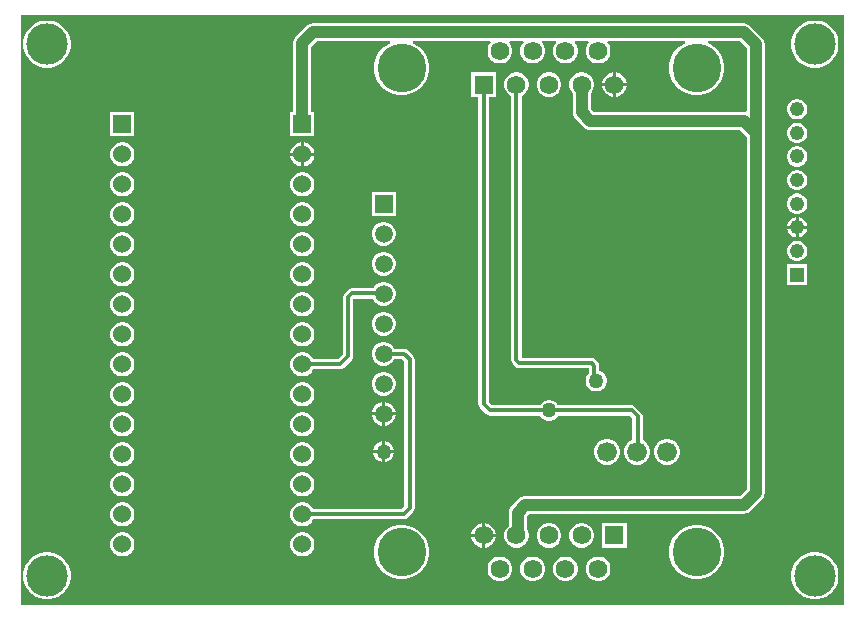
<source format=gbl>
G04*
G04 #@! TF.GenerationSoftware,Altium Limited,Altium Designer,22.8.2 (66)*
G04*
G04 Layer_Physical_Order=2*
G04 Layer_Color=16711680*
%FSLAX42Y42*%
%MOMM*%
G71*
G04*
G04 #@! TF.SameCoordinates,BE8FE92B-6F1C-4FB6-9944-1E67C46C6413*
G04*
G04*
G04 #@! TF.FilePolarity,Positive*
G04*
G01*
G75*
%ADD30C,0.35*%
%ADD31R,1.51X1.51*%
%ADD32C,1.51*%
%ADD33C,4.12*%
%ADD34R,1.58X1.58*%
%ADD35C,1.58*%
%ADD36R,1.21X1.21*%
%ADD37C,1.21*%
%ADD38C,3.50*%
%ADD39C,1.68*%
%ADD40C,1.53*%
%ADD41R,1.53X1.53*%
%ADD42C,1.27*%
%ADD43C,1.00*%
G36*
X7000D02*
X26D01*
Y5000D01*
X7000D01*
Y0D01*
D02*
G37*
%LPC*%
G36*
X6770Y4950D02*
X6730D01*
X6692Y4943D01*
X6655Y4928D01*
X6622Y4906D01*
X6594Y4878D01*
X6572Y4845D01*
X6557Y4808D01*
X6550Y4770D01*
Y4730D01*
X6557Y4692D01*
X6572Y4655D01*
X6594Y4622D01*
X6622Y4594D01*
X6655Y4572D01*
X6692Y4557D01*
X6730Y4550D01*
X6770D01*
X6808Y4557D01*
X6845Y4572D01*
X6878Y4594D01*
X6906Y4622D01*
X6928Y4655D01*
X6943Y4692D01*
X6950Y4730D01*
Y4770D01*
X6943Y4808D01*
X6928Y4845D01*
X6906Y4878D01*
X6878Y4906D01*
X6845Y4928D01*
X6808Y4943D01*
X6770Y4950D01*
D02*
G37*
G36*
X270D02*
X230D01*
X192Y4943D01*
X155Y4928D01*
X122Y4906D01*
X94Y4878D01*
X72Y4845D01*
X57Y4808D01*
X50Y4770D01*
Y4730D01*
X57Y4692D01*
X72Y4655D01*
X94Y4622D01*
X122Y4594D01*
X155Y4572D01*
X192Y4557D01*
X230Y4550D01*
X270D01*
X308Y4557D01*
X345Y4572D01*
X378Y4594D01*
X406Y4622D01*
X428Y4655D01*
X443Y4692D01*
X450Y4730D01*
Y4770D01*
X443Y4808D01*
X428Y4845D01*
X406Y4878D01*
X378Y4906D01*
X345Y4928D01*
X308Y4943D01*
X270Y4950D01*
D02*
G37*
G36*
X5068Y4512D02*
X5067D01*
Y4421D01*
X5158D01*
Y4422D01*
X5151Y4448D01*
X5137Y4472D01*
X5118Y4491D01*
X5094Y4505D01*
X5068Y4512D01*
D02*
G37*
G36*
X5041D02*
X5040D01*
X5014Y4505D01*
X4990Y4491D01*
X4971Y4472D01*
X4957Y4448D01*
X4950Y4422D01*
Y4421D01*
X5041D01*
Y4512D01*
D02*
G37*
G36*
X5158Y4395D02*
X5067D01*
Y4304D01*
X5068D01*
X5094Y4311D01*
X5118Y4325D01*
X5137Y4344D01*
X5151Y4368D01*
X5158Y4394D01*
Y4395D01*
D02*
G37*
G36*
X5041D02*
X4950D01*
Y4394D01*
X4957Y4368D01*
X4971Y4344D01*
X4990Y4325D01*
X5014Y4311D01*
X5040Y4304D01*
X5041D01*
Y4395D01*
D02*
G37*
G36*
X4514Y4512D02*
X4486D01*
X4460Y4505D01*
X4436Y4491D01*
X4417Y4472D01*
X4403Y4448D01*
X4396Y4422D01*
Y4394D01*
X4403Y4368D01*
X4417Y4344D01*
X4436Y4325D01*
X4460Y4311D01*
X4486Y4304D01*
X4514D01*
X4540Y4311D01*
X4564Y4325D01*
X4583Y4344D01*
X4597Y4368D01*
X4604Y4394D01*
Y4422D01*
X4597Y4448D01*
X4583Y4472D01*
X4564Y4491D01*
X4540Y4505D01*
X4514Y4512D01*
D02*
G37*
G36*
X6150Y4926D02*
X2500D01*
X2480Y4923D01*
X2470Y4919D01*
X2462Y4916D01*
X2446Y4904D01*
X2358Y4816D01*
X2346Y4800D01*
X2339Y4782D01*
X2336Y4762D01*
Y4173D01*
X2310D01*
Y3970D01*
X2514D01*
Y4173D01*
X2488D01*
Y4730D01*
X2532Y4774D01*
X3154D01*
X3156Y4761D01*
X3141Y4755D01*
X3103Y4730D01*
X3071Y4697D01*
X3046Y4660D01*
X3028Y4617D01*
X3019Y4573D01*
Y4527D01*
X3028Y4483D01*
X3046Y4440D01*
X3071Y4403D01*
X3103Y4370D01*
X3141Y4345D01*
X3183Y4328D01*
X3228Y4319D01*
X3273D01*
X3318Y4328D01*
X3360Y4345D01*
X3398Y4370D01*
X3430Y4403D01*
X3455Y4440D01*
X3473Y4483D01*
X3482Y4527D01*
Y4573D01*
X3473Y4617D01*
X3455Y4660D01*
X3430Y4697D01*
X3398Y4730D01*
X3360Y4755D01*
X3345Y4761D01*
X3347Y4774D01*
X4003D01*
X4007Y4762D01*
X4001Y4756D01*
X3987Y4732D01*
X3980Y4706D01*
Y4678D01*
X3987Y4652D01*
X4001Y4628D01*
X4021Y4609D01*
X4044Y4595D01*
X4071Y4588D01*
X4098D01*
X4125Y4595D01*
X4148Y4609D01*
X4168Y4628D01*
X4182Y4652D01*
X4189Y4678D01*
Y4706D01*
X4182Y4732D01*
X4168Y4756D01*
X4162Y4762D01*
X4166Y4774D01*
X4280D01*
X4284Y4762D01*
X4278Y4756D01*
X4264Y4732D01*
X4257Y4706D01*
Y4678D01*
X4264Y4652D01*
X4278Y4628D01*
X4298Y4609D01*
X4321Y4595D01*
X4348Y4588D01*
X4375D01*
X4402Y4595D01*
X4425Y4609D01*
X4445Y4628D01*
X4459Y4652D01*
X4466Y4678D01*
Y4706D01*
X4459Y4732D01*
X4445Y4756D01*
X4439Y4762D01*
X4443Y4774D01*
X4557D01*
X4561Y4762D01*
X4555Y4756D01*
X4541Y4732D01*
X4534Y4706D01*
Y4678D01*
X4541Y4652D01*
X4555Y4628D01*
X4575Y4609D01*
X4598Y4595D01*
X4625Y4588D01*
X4652D01*
X4679Y4595D01*
X4702Y4609D01*
X4722Y4628D01*
X4736Y4652D01*
X4743Y4678D01*
Y4706D01*
X4736Y4732D01*
X4722Y4756D01*
X4716Y4762D01*
X4720Y4774D01*
X4834D01*
X4838Y4762D01*
X4832Y4756D01*
X4818Y4732D01*
X4811Y4706D01*
Y4678D01*
X4818Y4652D01*
X4832Y4628D01*
X4852Y4609D01*
X4875Y4595D01*
X4902Y4588D01*
X4929D01*
X4956Y4595D01*
X4979Y4609D01*
X4999Y4628D01*
X5013Y4652D01*
X5020Y4678D01*
Y4706D01*
X5013Y4732D01*
X4999Y4756D01*
X4993Y4762D01*
X4997Y4774D01*
X5653D01*
X5655Y4761D01*
X5640Y4755D01*
X5602Y4730D01*
X5570Y4697D01*
X5545Y4660D01*
X5527Y4617D01*
X5518Y4573D01*
Y4527D01*
X5527Y4483D01*
X5545Y4440D01*
X5570Y4403D01*
X5602Y4370D01*
X5640Y4345D01*
X5682Y4328D01*
X5727Y4319D01*
X5772D01*
X5817Y4328D01*
X5859Y4345D01*
X5897Y4370D01*
X5929Y4403D01*
X5954Y4440D01*
X5972Y4483D01*
X5981Y4527D01*
Y4573D01*
X5972Y4617D01*
X5954Y4660D01*
X5929Y4697D01*
X5897Y4730D01*
X5859Y4755D01*
X5844Y4761D01*
X5846Y4774D01*
X6118D01*
X6174Y4718D01*
Y4185D01*
X6161Y4175D01*
X6150Y4176D01*
X4882D01*
X4853Y4205D01*
Y4337D01*
X4860Y4344D01*
X4874Y4368D01*
X4881Y4394D01*
Y4422D01*
X4874Y4448D01*
X4860Y4472D01*
X4841Y4491D01*
X4817Y4505D01*
X4791Y4512D01*
X4763D01*
X4737Y4505D01*
X4713Y4491D01*
X4694Y4472D01*
X4680Y4448D01*
X4673Y4422D01*
Y4394D01*
X4680Y4368D01*
X4694Y4344D01*
X4701Y4337D01*
Y4173D01*
X4704Y4153D01*
X4711Y4135D01*
X4723Y4119D01*
X4796Y4046D01*
X4812Y4034D01*
X4820Y4031D01*
X4830Y4027D01*
X4850Y4024D01*
X6118D01*
X6174Y3968D01*
Y982D01*
X6118Y926D01*
X4300D01*
X4280Y923D01*
X4270Y919D01*
X4262Y916D01*
X4246Y904D01*
X4180Y838D01*
X4168Y822D01*
X4161Y804D01*
X4158Y784D01*
Y674D01*
X4140Y656D01*
X4126Y632D01*
X4119Y606D01*
Y578D01*
X4126Y552D01*
X4140Y528D01*
X4159Y509D01*
X4183Y495D01*
X4209Y488D01*
X4237D01*
X4263Y495D01*
X4287Y509D01*
X4306Y528D01*
X4320Y552D01*
X4327Y578D01*
Y606D01*
X4320Y632D01*
X4310Y650D01*
Y753D01*
X4332Y774D01*
X6150D01*
X6170Y777D01*
X6188Y784D01*
X6204Y796D01*
X6304Y896D01*
X6316Y912D01*
X6323Y930D01*
X6326Y950D01*
Y4000D01*
Y4750D01*
X6323Y4770D01*
X6319Y4780D01*
X6316Y4788D01*
X6304Y4804D01*
X6204Y4904D01*
X6188Y4916D01*
X6170Y4923D01*
X6150Y4926D01*
D02*
G37*
G36*
X6611Y4286D02*
X6589D01*
X6567Y4280D01*
X6547Y4269D01*
X6531Y4253D01*
X6520Y4233D01*
X6514Y4211D01*
Y4189D01*
X6520Y4167D01*
X6531Y4147D01*
X6547Y4131D01*
X6567Y4120D01*
X6589Y4114D01*
X6611D01*
X6633Y4120D01*
X6653Y4131D01*
X6669Y4147D01*
X6680Y4167D01*
X6686Y4189D01*
Y4211D01*
X6680Y4233D01*
X6669Y4253D01*
X6653Y4269D01*
X6633Y4280D01*
X6611Y4286D01*
D02*
G37*
G36*
X990Y4173D02*
X786D01*
Y3970D01*
X990D01*
Y4173D01*
D02*
G37*
G36*
X6611Y4086D02*
X6589D01*
X6567Y4080D01*
X6547Y4069D01*
X6531Y4053D01*
X6520Y4033D01*
X6514Y4011D01*
Y3989D01*
X6520Y3967D01*
X6531Y3947D01*
X6547Y3931D01*
X6567Y3920D01*
X6589Y3914D01*
X6611D01*
X6633Y3920D01*
X6653Y3931D01*
X6669Y3947D01*
X6680Y3967D01*
X6686Y3989D01*
Y4011D01*
X6680Y4033D01*
X6669Y4053D01*
X6653Y4069D01*
X6633Y4080D01*
X6611Y4086D01*
D02*
G37*
G36*
X2425Y3919D02*
X2425D01*
Y3830D01*
X2514D01*
Y3831D01*
X2507Y3857D01*
X2494Y3880D01*
X2475Y3899D01*
X2451Y3912D01*
X2425Y3919D01*
D02*
G37*
G36*
X2399D02*
X2399D01*
X2373Y3912D01*
X2349Y3899D01*
X2330Y3880D01*
X2317Y3857D01*
X2310Y3831D01*
Y3830D01*
X2399D01*
Y3919D01*
D02*
G37*
G36*
X2514Y3805D02*
X2425D01*
Y3716D01*
X2425D01*
X2451Y3723D01*
X2475Y3736D01*
X2494Y3755D01*
X2507Y3778D01*
X2514Y3804D01*
Y3805D01*
D02*
G37*
G36*
X2399D02*
X2310D01*
Y3804D01*
X2317Y3778D01*
X2330Y3755D01*
X2349Y3736D01*
X2373Y3723D01*
X2399Y3716D01*
X2399D01*
Y3805D01*
D02*
G37*
G36*
X901Y3919D02*
X875D01*
X849Y3912D01*
X825Y3899D01*
X806Y3880D01*
X793Y3857D01*
X786Y3831D01*
Y3804D01*
X793Y3778D01*
X806Y3755D01*
X825Y3736D01*
X849Y3723D01*
X875Y3716D01*
X901D01*
X927Y3723D01*
X951Y3736D01*
X970Y3755D01*
X983Y3778D01*
X990Y3804D01*
Y3831D01*
X983Y3857D01*
X970Y3880D01*
X951Y3899D01*
X927Y3912D01*
X901Y3919D01*
D02*
G37*
G36*
X6611Y3886D02*
X6589D01*
X6567Y3880D01*
X6547Y3869D01*
X6531Y3853D01*
X6520Y3833D01*
X6514Y3811D01*
Y3789D01*
X6520Y3767D01*
X6531Y3747D01*
X6547Y3731D01*
X6567Y3720D01*
X6589Y3714D01*
X6611D01*
X6633Y3720D01*
X6653Y3731D01*
X6669Y3747D01*
X6680Y3767D01*
X6686Y3789D01*
Y3811D01*
X6680Y3833D01*
X6669Y3853D01*
X6653Y3869D01*
X6633Y3880D01*
X6611Y3886D01*
D02*
G37*
G36*
Y3686D02*
X6589D01*
X6567Y3680D01*
X6547Y3669D01*
X6531Y3653D01*
X6520Y3633D01*
X6514Y3611D01*
Y3589D01*
X6520Y3567D01*
X6531Y3547D01*
X6547Y3531D01*
X6567Y3520D01*
X6589Y3514D01*
X6611D01*
X6633Y3520D01*
X6653Y3531D01*
X6669Y3547D01*
X6680Y3567D01*
X6686Y3589D01*
Y3611D01*
X6680Y3633D01*
X6669Y3653D01*
X6653Y3669D01*
X6633Y3680D01*
X6611Y3686D01*
D02*
G37*
G36*
X2425Y3665D02*
X2399D01*
X2373Y3658D01*
X2349Y3645D01*
X2330Y3626D01*
X2317Y3603D01*
X2310Y3577D01*
Y3550D01*
X2317Y3524D01*
X2330Y3501D01*
X2349Y3482D01*
X2373Y3469D01*
X2399Y3462D01*
X2425D01*
X2451Y3469D01*
X2475Y3482D01*
X2494Y3501D01*
X2507Y3524D01*
X2514Y3550D01*
Y3577D01*
X2507Y3603D01*
X2494Y3626D01*
X2475Y3645D01*
X2451Y3658D01*
X2425Y3665D01*
D02*
G37*
G36*
X901D02*
X875D01*
X849Y3658D01*
X825Y3645D01*
X806Y3626D01*
X793Y3603D01*
X786Y3577D01*
Y3550D01*
X793Y3524D01*
X806Y3501D01*
X825Y3482D01*
X849Y3469D01*
X875Y3462D01*
X901D01*
X927Y3469D01*
X951Y3482D01*
X970Y3501D01*
X983Y3524D01*
X990Y3550D01*
Y3577D01*
X983Y3603D01*
X970Y3626D01*
X951Y3645D01*
X927Y3658D01*
X901Y3665D01*
D02*
G37*
G36*
X6611Y3486D02*
X6589D01*
X6567Y3480D01*
X6547Y3469D01*
X6531Y3453D01*
X6520Y3433D01*
X6514Y3411D01*
Y3389D01*
X6520Y3367D01*
X6531Y3347D01*
X6547Y3331D01*
X6567Y3320D01*
X6589Y3314D01*
X6611D01*
X6633Y3320D01*
X6653Y3331D01*
X6669Y3347D01*
X6680Y3367D01*
X6686Y3389D01*
Y3411D01*
X6680Y3433D01*
X6669Y3453D01*
X6653Y3469D01*
X6633Y3480D01*
X6611Y3486D01*
D02*
G37*
G36*
X3201Y3499D02*
X2999D01*
Y3297D01*
X3201D01*
Y3499D01*
D02*
G37*
G36*
X6613Y3285D02*
Y3213D01*
X6685D01*
X6680Y3233D01*
X6669Y3253D01*
X6653Y3269D01*
X6633Y3280D01*
X6613Y3285D01*
D02*
G37*
G36*
X6587D02*
X6567Y3280D01*
X6547Y3269D01*
X6531Y3253D01*
X6520Y3233D01*
X6515Y3213D01*
X6587D01*
Y3285D01*
D02*
G37*
G36*
X2425Y3411D02*
X2399D01*
X2373Y3404D01*
X2349Y3391D01*
X2330Y3372D01*
X2317Y3349D01*
X2310Y3323D01*
Y3296D01*
X2317Y3270D01*
X2330Y3247D01*
X2349Y3228D01*
X2373Y3215D01*
X2399Y3208D01*
X2425D01*
X2451Y3215D01*
X2475Y3228D01*
X2494Y3247D01*
X2507Y3270D01*
X2514Y3296D01*
Y3323D01*
X2507Y3349D01*
X2494Y3372D01*
X2475Y3391D01*
X2451Y3404D01*
X2425Y3411D01*
D02*
G37*
G36*
X901D02*
X875D01*
X849Y3404D01*
X825Y3391D01*
X806Y3372D01*
X793Y3349D01*
X786Y3323D01*
Y3296D01*
X793Y3270D01*
X806Y3247D01*
X825Y3228D01*
X849Y3215D01*
X875Y3208D01*
X901D01*
X927Y3215D01*
X951Y3228D01*
X970Y3247D01*
X983Y3270D01*
X990Y3296D01*
Y3323D01*
X983Y3349D01*
X970Y3372D01*
X951Y3391D01*
X927Y3404D01*
X901Y3411D01*
D02*
G37*
G36*
X6685Y3187D02*
X6613D01*
Y3115D01*
X6633Y3120D01*
X6653Y3131D01*
X6669Y3147D01*
X6680Y3167D01*
X6685Y3187D01*
D02*
G37*
G36*
X6587D02*
X6515D01*
X6520Y3167D01*
X6531Y3147D01*
X6547Y3131D01*
X6567Y3120D01*
X6587Y3115D01*
Y3187D01*
D02*
G37*
G36*
X3113Y3245D02*
X3087D01*
X3061Y3238D01*
X3038Y3225D01*
X3019Y3206D01*
X3006Y3183D01*
X2999Y3157D01*
Y3131D01*
X3006Y3105D01*
X3019Y3082D01*
X3038Y3063D01*
X3061Y3050D01*
X3087Y3043D01*
X3113D01*
X3139Y3050D01*
X3162Y3063D01*
X3181Y3082D01*
X3194Y3105D01*
X3201Y3131D01*
Y3157D01*
X3194Y3183D01*
X3181Y3206D01*
X3162Y3225D01*
X3139Y3238D01*
X3113Y3245D01*
D02*
G37*
G36*
X2425Y3157D02*
X2399D01*
X2373Y3150D01*
X2349Y3137D01*
X2330Y3118D01*
X2317Y3095D01*
X2310Y3069D01*
Y3042D01*
X2317Y3016D01*
X2330Y2993D01*
X2349Y2974D01*
X2373Y2961D01*
X2399Y2954D01*
X2425D01*
X2451Y2961D01*
X2475Y2974D01*
X2494Y2993D01*
X2507Y3016D01*
X2514Y3042D01*
Y3069D01*
X2507Y3095D01*
X2494Y3118D01*
X2475Y3137D01*
X2451Y3150D01*
X2425Y3157D01*
D02*
G37*
G36*
X901D02*
X875D01*
X849Y3150D01*
X825Y3137D01*
X806Y3118D01*
X793Y3095D01*
X786Y3069D01*
Y3042D01*
X793Y3016D01*
X806Y2993D01*
X825Y2974D01*
X849Y2961D01*
X875Y2954D01*
X901D01*
X927Y2961D01*
X951Y2974D01*
X970Y2993D01*
X983Y3016D01*
X990Y3042D01*
Y3069D01*
X983Y3095D01*
X970Y3118D01*
X951Y3137D01*
X927Y3150D01*
X901Y3157D01*
D02*
G37*
G36*
X6611Y3086D02*
X6589D01*
X6567Y3080D01*
X6547Y3069D01*
X6531Y3053D01*
X6520Y3033D01*
X6514Y3011D01*
Y2989D01*
X6520Y2967D01*
X6531Y2947D01*
X6547Y2931D01*
X6567Y2920D01*
X6589Y2914D01*
X6611D01*
X6633Y2920D01*
X6653Y2931D01*
X6669Y2947D01*
X6680Y2967D01*
X6686Y2989D01*
Y3011D01*
X6680Y3033D01*
X6669Y3053D01*
X6653Y3069D01*
X6633Y3080D01*
X6611Y3086D01*
D02*
G37*
G36*
X3113Y2991D02*
X3087D01*
X3061Y2984D01*
X3038Y2971D01*
X3019Y2952D01*
X3006Y2929D01*
X2999Y2903D01*
Y2877D01*
X3006Y2851D01*
X3019Y2828D01*
X3038Y2809D01*
X3061Y2796D01*
X3087Y2789D01*
X3113D01*
X3139Y2796D01*
X3162Y2809D01*
X3181Y2828D01*
X3194Y2851D01*
X3201Y2877D01*
Y2903D01*
X3194Y2929D01*
X3181Y2952D01*
X3162Y2971D01*
X3139Y2984D01*
X3113Y2991D01*
D02*
G37*
G36*
X6686Y2886D02*
X6514D01*
Y2714D01*
X6686D01*
Y2886D01*
D02*
G37*
G36*
X2425Y2903D02*
X2399D01*
X2373Y2896D01*
X2349Y2883D01*
X2330Y2864D01*
X2317Y2841D01*
X2310Y2815D01*
Y2788D01*
X2317Y2762D01*
X2330Y2739D01*
X2349Y2720D01*
X2373Y2707D01*
X2399Y2700D01*
X2425D01*
X2451Y2707D01*
X2475Y2720D01*
X2494Y2739D01*
X2507Y2762D01*
X2514Y2788D01*
Y2815D01*
X2507Y2841D01*
X2494Y2864D01*
X2475Y2883D01*
X2451Y2896D01*
X2425Y2903D01*
D02*
G37*
G36*
X901D02*
X875D01*
X849Y2896D01*
X825Y2883D01*
X806Y2864D01*
X793Y2841D01*
X786Y2815D01*
Y2788D01*
X793Y2762D01*
X806Y2739D01*
X825Y2720D01*
X849Y2707D01*
X875Y2700D01*
X901D01*
X927Y2707D01*
X951Y2720D01*
X970Y2739D01*
X983Y2762D01*
X990Y2788D01*
Y2815D01*
X983Y2841D01*
X970Y2864D01*
X951Y2883D01*
X927Y2896D01*
X901Y2903D01*
D02*
G37*
G36*
X3113Y2737D02*
X3087D01*
X3061Y2730D01*
X3038Y2717D01*
X3019Y2698D01*
X3011Y2684D01*
X2830D01*
X2813Y2680D01*
X2799Y2671D01*
X2769Y2641D01*
X2760Y2627D01*
X2756Y2610D01*
Y2128D01*
X2711Y2083D01*
X2504D01*
X2494Y2102D01*
X2475Y2121D01*
X2451Y2134D01*
X2425Y2141D01*
X2399D01*
X2373Y2134D01*
X2349Y2121D01*
X2330Y2102D01*
X2317Y2079D01*
X2310Y2053D01*
Y2026D01*
X2317Y2000D01*
X2330Y1977D01*
X2349Y1958D01*
X2373Y1945D01*
X2399Y1938D01*
X2425D01*
X2451Y1945D01*
X2475Y1958D01*
X2494Y1977D01*
X2504Y1996D01*
X2730D01*
X2746Y1999D01*
X2760Y2009D01*
X2831Y2079D01*
X2840Y2093D01*
X2844Y2110D01*
Y2592D01*
X2848Y2596D01*
X3007D01*
X3019Y2574D01*
X3038Y2555D01*
X3061Y2542D01*
X3087Y2535D01*
X3113D01*
X3139Y2542D01*
X3162Y2555D01*
X3181Y2574D01*
X3194Y2597D01*
X3201Y2623D01*
Y2649D01*
X3194Y2675D01*
X3181Y2698D01*
X3162Y2717D01*
X3139Y2730D01*
X3113Y2737D01*
D02*
G37*
G36*
X2425Y2649D02*
X2399D01*
X2373Y2642D01*
X2349Y2629D01*
X2330Y2610D01*
X2317Y2587D01*
X2310Y2561D01*
Y2534D01*
X2317Y2508D01*
X2330Y2485D01*
X2349Y2466D01*
X2373Y2453D01*
X2399Y2446D01*
X2425D01*
X2451Y2453D01*
X2475Y2466D01*
X2494Y2485D01*
X2507Y2508D01*
X2514Y2534D01*
Y2561D01*
X2507Y2587D01*
X2494Y2610D01*
X2475Y2629D01*
X2451Y2642D01*
X2425Y2649D01*
D02*
G37*
G36*
X901D02*
X875D01*
X849Y2642D01*
X825Y2629D01*
X806Y2610D01*
X793Y2587D01*
X786Y2561D01*
Y2534D01*
X793Y2508D01*
X806Y2485D01*
X825Y2466D01*
X849Y2453D01*
X875Y2446D01*
X901D01*
X927Y2453D01*
X951Y2466D01*
X970Y2485D01*
X983Y2508D01*
X990Y2534D01*
Y2561D01*
X983Y2587D01*
X970Y2610D01*
X951Y2629D01*
X927Y2642D01*
X901Y2649D01*
D02*
G37*
G36*
X3113Y2483D02*
X3087D01*
X3061Y2476D01*
X3038Y2463D01*
X3019Y2444D01*
X3006Y2421D01*
X2999Y2395D01*
Y2369D01*
X3006Y2343D01*
X3019Y2320D01*
X3038Y2301D01*
X3061Y2288D01*
X3087Y2281D01*
X3113D01*
X3139Y2288D01*
X3162Y2301D01*
X3181Y2320D01*
X3194Y2343D01*
X3201Y2369D01*
Y2395D01*
X3194Y2421D01*
X3181Y2444D01*
X3162Y2463D01*
X3139Y2476D01*
X3113Y2483D01*
D02*
G37*
G36*
X2425Y2395D02*
X2399D01*
X2373Y2388D01*
X2349Y2375D01*
X2330Y2356D01*
X2317Y2333D01*
X2310Y2307D01*
Y2280D01*
X2317Y2254D01*
X2330Y2231D01*
X2349Y2212D01*
X2373Y2199D01*
X2399Y2192D01*
X2425D01*
X2451Y2199D01*
X2475Y2212D01*
X2494Y2231D01*
X2507Y2254D01*
X2514Y2280D01*
Y2307D01*
X2507Y2333D01*
X2494Y2356D01*
X2475Y2375D01*
X2451Y2388D01*
X2425Y2395D01*
D02*
G37*
G36*
X901D02*
X875D01*
X849Y2388D01*
X825Y2375D01*
X806Y2356D01*
X793Y2333D01*
X786Y2307D01*
Y2280D01*
X793Y2254D01*
X806Y2231D01*
X825Y2212D01*
X849Y2199D01*
X875Y2192D01*
X901D01*
X927Y2199D01*
X951Y2212D01*
X970Y2231D01*
X983Y2254D01*
X990Y2280D01*
Y2307D01*
X983Y2333D01*
X970Y2356D01*
X951Y2375D01*
X927Y2388D01*
X901Y2395D01*
D02*
G37*
G36*
Y2141D02*
X875D01*
X849Y2134D01*
X825Y2121D01*
X806Y2102D01*
X793Y2079D01*
X786Y2053D01*
Y2026D01*
X793Y2000D01*
X806Y1977D01*
X825Y1958D01*
X849Y1945D01*
X875Y1938D01*
X901D01*
X927Y1945D01*
X951Y1958D01*
X970Y1977D01*
X983Y2000D01*
X990Y2026D01*
Y2053D01*
X983Y2079D01*
X970Y2102D01*
X951Y2121D01*
X927Y2134D01*
X901Y2141D01*
D02*
G37*
G36*
X4237Y4512D02*
X4209D01*
X4183Y4505D01*
X4159Y4491D01*
X4140Y4472D01*
X4126Y4448D01*
X4119Y4422D01*
Y4394D01*
X4126Y4368D01*
X4140Y4344D01*
X4159Y4325D01*
X4179Y4313D01*
Y2077D01*
X4183Y2060D01*
X4192Y2046D01*
X4219Y2019D01*
X4233Y2010D01*
X4250Y2006D01*
X4839D01*
Y1964D01*
X4829Y1955D01*
X4817Y1934D01*
X4811Y1912D01*
Y1888D01*
X4817Y1866D01*
X4829Y1845D01*
X4845Y1829D01*
X4866Y1817D01*
X4888Y1811D01*
X4912D01*
X4934Y1817D01*
X4955Y1829D01*
X4971Y1845D01*
X4983Y1866D01*
X4989Y1888D01*
Y1912D01*
X4983Y1934D01*
X4971Y1955D01*
X4955Y1971D01*
X4934Y1983D01*
X4926Y1985D01*
Y2029D01*
X4923Y2046D01*
X4913Y2060D01*
X4893Y2081D01*
X4879Y2090D01*
X4862Y2094D01*
X4268D01*
X4267Y2095D01*
Y4313D01*
X4287Y4325D01*
X4306Y4344D01*
X4320Y4368D01*
X4327Y4394D01*
Y4422D01*
X4320Y4448D01*
X4306Y4472D01*
X4287Y4491D01*
X4263Y4505D01*
X4237Y4512D01*
D02*
G37*
G36*
X3113Y1975D02*
X3087D01*
X3061Y1968D01*
X3038Y1955D01*
X3019Y1936D01*
X3006Y1913D01*
X2999Y1887D01*
Y1861D01*
X3006Y1835D01*
X3019Y1812D01*
X3038Y1793D01*
X3061Y1780D01*
X3087Y1773D01*
X3113D01*
X3139Y1780D01*
X3162Y1793D01*
X3181Y1812D01*
X3194Y1835D01*
X3201Y1861D01*
Y1887D01*
X3194Y1913D01*
X3181Y1936D01*
X3162Y1955D01*
X3139Y1968D01*
X3113Y1975D01*
D02*
G37*
G36*
X2425Y1887D02*
X2399D01*
X2373Y1880D01*
X2349Y1867D01*
X2330Y1848D01*
X2317Y1825D01*
X2310Y1799D01*
Y1772D01*
X2317Y1746D01*
X2330Y1723D01*
X2349Y1704D01*
X2373Y1691D01*
X2399Y1684D01*
X2425D01*
X2451Y1691D01*
X2475Y1704D01*
X2494Y1723D01*
X2507Y1746D01*
X2514Y1772D01*
Y1799D01*
X2507Y1825D01*
X2494Y1848D01*
X2475Y1867D01*
X2451Y1880D01*
X2425Y1887D01*
D02*
G37*
G36*
X901D02*
X875D01*
X849Y1880D01*
X825Y1867D01*
X806Y1848D01*
X793Y1825D01*
X786Y1799D01*
Y1772D01*
X793Y1746D01*
X806Y1723D01*
X825Y1704D01*
X849Y1691D01*
X875Y1684D01*
X901D01*
X927Y1691D01*
X951Y1704D01*
X970Y1723D01*
X983Y1746D01*
X990Y1772D01*
Y1799D01*
X983Y1825D01*
X970Y1848D01*
X951Y1867D01*
X927Y1880D01*
X901Y1887D01*
D02*
G37*
G36*
X3113Y1721D02*
X3113D01*
Y1633D01*
X3201D01*
Y1633D01*
X3194Y1659D01*
X3181Y1682D01*
X3162Y1701D01*
X3139Y1714D01*
X3113Y1721D01*
D02*
G37*
G36*
X3087D02*
X3087D01*
X3061Y1714D01*
X3038Y1701D01*
X3019Y1682D01*
X3006Y1659D01*
X2999Y1633D01*
Y1633D01*
X3087D01*
Y1721D01*
D02*
G37*
G36*
X3201Y1607D02*
X3113D01*
Y1519D01*
X3113D01*
X3139Y1526D01*
X3162Y1539D01*
X3181Y1558D01*
X3194Y1581D01*
X3201Y1607D01*
Y1607D01*
D02*
G37*
G36*
X3087D02*
X2999D01*
Y1607D01*
X3006Y1581D01*
X3019Y1558D01*
X3038Y1539D01*
X3061Y1526D01*
X3087Y1519D01*
X3087D01*
Y1607D01*
D02*
G37*
G36*
X2425Y1633D02*
X2399D01*
X2373Y1626D01*
X2349Y1613D01*
X2330Y1594D01*
X2317Y1571D01*
X2310Y1545D01*
Y1518D01*
X2317Y1492D01*
X2330Y1469D01*
X2349Y1450D01*
X2373Y1437D01*
X2399Y1430D01*
X2425D01*
X2451Y1437D01*
X2475Y1450D01*
X2494Y1469D01*
X2507Y1492D01*
X2514Y1518D01*
Y1545D01*
X2507Y1571D01*
X2494Y1594D01*
X2475Y1613D01*
X2451Y1626D01*
X2425Y1633D01*
D02*
G37*
G36*
X901D02*
X875D01*
X849Y1626D01*
X825Y1613D01*
X806Y1594D01*
X793Y1571D01*
X786Y1545D01*
Y1518D01*
X793Y1492D01*
X806Y1469D01*
X825Y1450D01*
X849Y1437D01*
X875Y1430D01*
X901D01*
X927Y1437D01*
X951Y1450D01*
X970Y1469D01*
X983Y1492D01*
X990Y1518D01*
Y1545D01*
X983Y1571D01*
X970Y1594D01*
X951Y1613D01*
X927Y1626D01*
X901Y1633D01*
D02*
G37*
G36*
X3113Y1389D02*
Y1313D01*
X3189D01*
X3183Y1334D01*
X3171Y1355D01*
X3155Y1371D01*
X3134Y1383D01*
X3113Y1389D01*
D02*
G37*
G36*
X3087D02*
X3066Y1383D01*
X3045Y1371D01*
X3029Y1355D01*
X3017Y1334D01*
X3011Y1313D01*
X3087D01*
Y1389D01*
D02*
G37*
G36*
X3189Y1287D02*
X3113D01*
Y1211D01*
X3134Y1217D01*
X3155Y1229D01*
X3171Y1245D01*
X3183Y1266D01*
X3189Y1287D01*
D02*
G37*
G36*
X3087D02*
X3011D01*
X3017Y1266D01*
X3029Y1245D01*
X3045Y1229D01*
X3066Y1217D01*
X3087Y1211D01*
Y1287D01*
D02*
G37*
G36*
X5514Y1409D02*
X5486D01*
X5458Y1402D01*
X5433Y1387D01*
X5413Y1367D01*
X5398Y1342D01*
X5391Y1314D01*
Y1286D01*
X5398Y1258D01*
X5413Y1233D01*
X5433Y1213D01*
X5458Y1198D01*
X5486Y1191D01*
X5514D01*
X5542Y1198D01*
X5567Y1213D01*
X5587Y1233D01*
X5602Y1258D01*
X5609Y1286D01*
Y1314D01*
X5602Y1342D01*
X5587Y1367D01*
X5567Y1387D01*
X5542Y1402D01*
X5514Y1409D01*
D02*
G37*
G36*
X4050Y4512D02*
X3842D01*
Y4304D01*
X3902D01*
Y1704D01*
X3906Y1687D01*
X3915Y1673D01*
X3969Y1619D01*
X3983Y1610D01*
X4000Y1606D01*
X4423D01*
X4429Y1595D01*
X4445Y1579D01*
X4466Y1567D01*
X4488Y1561D01*
X4512D01*
X4534Y1567D01*
X4555Y1579D01*
X4571Y1595D01*
X4577Y1606D01*
X5182D01*
X5206Y1582D01*
Y1402D01*
X5204Y1402D01*
X5179Y1387D01*
X5159Y1367D01*
X5144Y1342D01*
X5137Y1314D01*
Y1286D01*
X5144Y1258D01*
X5159Y1233D01*
X5179Y1213D01*
X5204Y1198D01*
X5232Y1191D01*
X5260D01*
X5288Y1198D01*
X5313Y1213D01*
X5333Y1233D01*
X5348Y1258D01*
X5355Y1286D01*
Y1314D01*
X5348Y1342D01*
X5333Y1367D01*
X5313Y1387D01*
X5294Y1399D01*
Y1600D01*
X5290Y1617D01*
X5281Y1631D01*
X5231Y1681D01*
X5217Y1690D01*
X5200Y1694D01*
X4577D01*
X4571Y1705D01*
X4555Y1721D01*
X4534Y1733D01*
X4512Y1739D01*
X4488D01*
X4466Y1733D01*
X4445Y1721D01*
X4429Y1705D01*
X4423Y1694D01*
X4018D01*
X3990Y1722D01*
Y4304D01*
X4050D01*
Y4512D01*
D02*
G37*
G36*
X5006Y1409D02*
X4978D01*
X4950Y1402D01*
X4925Y1387D01*
X4905Y1367D01*
X4890Y1342D01*
X4883Y1314D01*
Y1286D01*
X4890Y1258D01*
X4905Y1233D01*
X4925Y1213D01*
X4950Y1198D01*
X4978Y1191D01*
X5006D01*
X5034Y1198D01*
X5059Y1213D01*
X5079Y1233D01*
X5094Y1258D01*
X5101Y1286D01*
Y1314D01*
X5094Y1342D01*
X5079Y1367D01*
X5059Y1387D01*
X5034Y1402D01*
X5006Y1409D01*
D02*
G37*
G36*
X2425Y1379D02*
X2399D01*
X2373Y1372D01*
X2349Y1359D01*
X2330Y1340D01*
X2317Y1317D01*
X2310Y1291D01*
Y1264D01*
X2317Y1238D01*
X2330Y1215D01*
X2349Y1196D01*
X2373Y1183D01*
X2399Y1176D01*
X2425D01*
X2451Y1183D01*
X2475Y1196D01*
X2494Y1215D01*
X2507Y1238D01*
X2514Y1264D01*
Y1291D01*
X2507Y1317D01*
X2494Y1340D01*
X2475Y1359D01*
X2451Y1372D01*
X2425Y1379D01*
D02*
G37*
G36*
X901D02*
X875D01*
X849Y1372D01*
X825Y1359D01*
X806Y1340D01*
X793Y1317D01*
X786Y1291D01*
Y1264D01*
X793Y1238D01*
X806Y1215D01*
X825Y1196D01*
X849Y1183D01*
X875Y1176D01*
X901D01*
X927Y1183D01*
X951Y1196D01*
X970Y1215D01*
X983Y1238D01*
X990Y1264D01*
Y1291D01*
X983Y1317D01*
X970Y1340D01*
X951Y1359D01*
X927Y1372D01*
X901Y1379D01*
D02*
G37*
G36*
X2425Y1125D02*
X2399D01*
X2373Y1118D01*
X2349Y1105D01*
X2330Y1086D01*
X2317Y1063D01*
X2310Y1037D01*
Y1010D01*
X2317Y984D01*
X2330Y961D01*
X2349Y942D01*
X2373Y929D01*
X2399Y922D01*
X2425D01*
X2451Y929D01*
X2475Y942D01*
X2494Y961D01*
X2507Y984D01*
X2514Y1010D01*
Y1037D01*
X2507Y1063D01*
X2494Y1086D01*
X2475Y1105D01*
X2451Y1118D01*
X2425Y1125D01*
D02*
G37*
G36*
X901D02*
X875D01*
X849Y1118D01*
X825Y1105D01*
X806Y1086D01*
X793Y1063D01*
X786Y1037D01*
Y1010D01*
X793Y984D01*
X806Y961D01*
X825Y942D01*
X849Y929D01*
X875Y922D01*
X901D01*
X927Y929D01*
X951Y942D01*
X970Y961D01*
X983Y984D01*
X990Y1010D01*
Y1037D01*
X983Y1063D01*
X970Y1086D01*
X951Y1105D01*
X927Y1118D01*
X901Y1125D01*
D02*
G37*
G36*
X3113Y2229D02*
X3087D01*
X3061Y2222D01*
X3038Y2209D01*
X3019Y2190D01*
X3006Y2167D01*
X2999Y2141D01*
Y2115D01*
X3006Y2089D01*
X3019Y2066D01*
X3038Y2047D01*
X3061Y2034D01*
X3087Y2027D01*
X3113D01*
X3139Y2034D01*
X3162Y2047D01*
X3181Y2066D01*
X3191Y2084D01*
X3254D01*
X3276Y2062D01*
Y838D01*
X3251Y813D01*
X2504D01*
X2494Y832D01*
X2475Y851D01*
X2451Y864D01*
X2425Y871D01*
X2399D01*
X2373Y864D01*
X2349Y851D01*
X2330Y832D01*
X2317Y809D01*
X2310Y783D01*
Y756D01*
X2317Y730D01*
X2330Y707D01*
X2349Y688D01*
X2373Y675D01*
X2399Y668D01*
X2425D01*
X2451Y675D01*
X2475Y688D01*
X2494Y707D01*
X2504Y726D01*
X3269D01*
X3286Y729D01*
X3300Y739D01*
X3350Y789D01*
X3360Y803D01*
X3363Y819D01*
Y2081D01*
X3360Y2097D01*
X3350Y2111D01*
X3303Y2159D01*
X3289Y2168D01*
X3272Y2172D01*
X3191D01*
X3181Y2190D01*
X3162Y2209D01*
X3139Y2222D01*
X3113Y2229D01*
D02*
G37*
G36*
X901Y871D02*
X875D01*
X849Y864D01*
X825Y851D01*
X806Y832D01*
X793Y809D01*
X786Y783D01*
Y756D01*
X793Y730D01*
X806Y707D01*
X825Y688D01*
X849Y675D01*
X875Y668D01*
X901D01*
X927Y675D01*
X951Y688D01*
X970Y707D01*
X983Y730D01*
X990Y756D01*
Y783D01*
X983Y809D01*
X970Y832D01*
X951Y851D01*
X927Y864D01*
X901Y871D01*
D02*
G37*
G36*
X3960Y696D02*
X3959D01*
Y605D01*
X4050D01*
Y606D01*
X4043Y632D01*
X4029Y656D01*
X4010Y675D01*
X3986Y689D01*
X3960Y696D01*
D02*
G37*
G36*
X3933D02*
X3932D01*
X3906Y689D01*
X3882Y675D01*
X3863Y656D01*
X3849Y632D01*
X3842Y606D01*
Y605D01*
X3933D01*
Y696D01*
D02*
G37*
G36*
X5158D02*
X4950D01*
Y488D01*
X5158D01*
Y696D01*
D02*
G37*
G36*
X4791D02*
X4763D01*
X4737Y689D01*
X4713Y675D01*
X4694Y656D01*
X4680Y632D01*
X4673Y606D01*
Y578D01*
X4680Y552D01*
X4694Y528D01*
X4713Y509D01*
X4737Y495D01*
X4763Y488D01*
X4791D01*
X4817Y495D01*
X4841Y509D01*
X4860Y528D01*
X4874Y552D01*
X4881Y578D01*
Y606D01*
X4874Y632D01*
X4860Y656D01*
X4841Y675D01*
X4817Y689D01*
X4791Y696D01*
D02*
G37*
G36*
X4514D02*
X4486D01*
X4460Y689D01*
X4436Y675D01*
X4417Y656D01*
X4403Y632D01*
X4396Y606D01*
Y578D01*
X4403Y552D01*
X4417Y528D01*
X4436Y509D01*
X4460Y495D01*
X4486Y488D01*
X4514D01*
X4540Y495D01*
X4564Y509D01*
X4583Y528D01*
X4597Y552D01*
X4604Y578D01*
Y606D01*
X4597Y632D01*
X4583Y656D01*
X4564Y675D01*
X4540Y689D01*
X4514Y696D01*
D02*
G37*
G36*
X4050Y579D02*
X3959D01*
Y488D01*
X3960D01*
X3986Y495D01*
X4010Y509D01*
X4029Y528D01*
X4043Y552D01*
X4050Y578D01*
Y579D01*
D02*
G37*
G36*
X3933D02*
X3842D01*
Y578D01*
X3849Y552D01*
X3863Y528D01*
X3882Y509D01*
X3906Y495D01*
X3932Y488D01*
X3933D01*
Y579D01*
D02*
G37*
G36*
X2425Y617D02*
X2399D01*
X2373Y610D01*
X2349Y597D01*
X2330Y578D01*
X2317Y555D01*
X2310Y529D01*
Y502D01*
X2317Y476D01*
X2330Y453D01*
X2349Y434D01*
X2373Y421D01*
X2399Y414D01*
X2425D01*
X2451Y421D01*
X2475Y434D01*
X2494Y453D01*
X2507Y476D01*
X2514Y502D01*
Y529D01*
X2507Y555D01*
X2494Y578D01*
X2475Y597D01*
X2451Y610D01*
X2425Y617D01*
D02*
G37*
G36*
X901D02*
X875D01*
X849Y610D01*
X825Y597D01*
X806Y578D01*
X793Y555D01*
X786Y529D01*
Y502D01*
X793Y476D01*
X806Y453D01*
X825Y434D01*
X849Y421D01*
X875Y414D01*
X901D01*
X927Y421D01*
X951Y434D01*
X970Y453D01*
X983Y476D01*
X990Y502D01*
Y529D01*
X983Y555D01*
X970Y578D01*
X951Y597D01*
X927Y610D01*
X901Y617D01*
D02*
G37*
G36*
X5772Y681D02*
X5727D01*
X5682Y672D01*
X5640Y655D01*
X5602Y630D01*
X5570Y597D01*
X5545Y560D01*
X5527Y517D01*
X5518Y473D01*
Y427D01*
X5527Y383D01*
X5545Y340D01*
X5570Y303D01*
X5602Y270D01*
X5640Y245D01*
X5682Y228D01*
X5727Y219D01*
X5772D01*
X5817Y228D01*
X5859Y245D01*
X5897Y270D01*
X5929Y303D01*
X5954Y340D01*
X5972Y383D01*
X5981Y427D01*
Y473D01*
X5972Y517D01*
X5954Y560D01*
X5929Y597D01*
X5897Y630D01*
X5859Y655D01*
X5817Y672D01*
X5772Y681D01*
D02*
G37*
G36*
X3273D02*
X3228D01*
X3183Y672D01*
X3141Y655D01*
X3103Y630D01*
X3071Y597D01*
X3046Y560D01*
X3028Y517D01*
X3019Y473D01*
Y427D01*
X3028Y383D01*
X3046Y340D01*
X3071Y303D01*
X3103Y270D01*
X3141Y245D01*
X3183Y228D01*
X3228Y219D01*
X3273D01*
X3318Y228D01*
X3360Y245D01*
X3398Y270D01*
X3430Y303D01*
X3455Y340D01*
X3473Y383D01*
X3482Y427D01*
Y473D01*
X3473Y517D01*
X3455Y560D01*
X3430Y597D01*
X3398Y630D01*
X3360Y655D01*
X3318Y672D01*
X3273Y681D01*
D02*
G37*
G36*
X4929Y412D02*
X4902D01*
X4875Y405D01*
X4852Y391D01*
X4832Y372D01*
X4818Y348D01*
X4811Y322D01*
Y294D01*
X4818Y268D01*
X4832Y244D01*
X4852Y225D01*
X4875Y211D01*
X4902Y204D01*
X4929D01*
X4956Y211D01*
X4979Y225D01*
X4999Y244D01*
X5013Y268D01*
X5020Y294D01*
Y322D01*
X5013Y348D01*
X4999Y372D01*
X4979Y391D01*
X4956Y405D01*
X4929Y412D01*
D02*
G37*
G36*
X4652D02*
X4625D01*
X4598Y405D01*
X4575Y391D01*
X4555Y372D01*
X4541Y348D01*
X4534Y322D01*
Y294D01*
X4541Y268D01*
X4555Y244D01*
X4575Y225D01*
X4598Y211D01*
X4625Y204D01*
X4652D01*
X4679Y211D01*
X4702Y225D01*
X4722Y244D01*
X4736Y268D01*
X4743Y294D01*
Y322D01*
X4736Y348D01*
X4722Y372D01*
X4702Y391D01*
X4679Y405D01*
X4652Y412D01*
D02*
G37*
G36*
X4375D02*
X4348D01*
X4321Y405D01*
X4298Y391D01*
X4278Y372D01*
X4264Y348D01*
X4257Y322D01*
Y294D01*
X4264Y268D01*
X4278Y244D01*
X4298Y225D01*
X4321Y211D01*
X4348Y204D01*
X4375D01*
X4402Y211D01*
X4425Y225D01*
X4445Y244D01*
X4459Y268D01*
X4466Y294D01*
Y322D01*
X4459Y348D01*
X4445Y372D01*
X4425Y391D01*
X4402Y405D01*
X4375Y412D01*
D02*
G37*
G36*
X4098D02*
X4071D01*
X4044Y405D01*
X4021Y391D01*
X4001Y372D01*
X3987Y348D01*
X3980Y322D01*
Y294D01*
X3987Y268D01*
X4001Y244D01*
X4021Y225D01*
X4044Y211D01*
X4071Y204D01*
X4098D01*
X4125Y211D01*
X4148Y225D01*
X4168Y244D01*
X4182Y268D01*
X4189Y294D01*
Y322D01*
X4182Y348D01*
X4168Y372D01*
X4148Y391D01*
X4125Y405D01*
X4098Y412D01*
D02*
G37*
G36*
X6770Y450D02*
X6730D01*
X6692Y443D01*
X6655Y428D01*
X6622Y406D01*
X6594Y378D01*
X6572Y345D01*
X6557Y308D01*
X6550Y270D01*
Y230D01*
X6557Y192D01*
X6572Y155D01*
X6594Y122D01*
X6622Y94D01*
X6655Y72D01*
X6692Y57D01*
X6730Y50D01*
X6770D01*
X6808Y57D01*
X6845Y72D01*
X6878Y94D01*
X6906Y122D01*
X6928Y155D01*
X6943Y192D01*
X6950Y230D01*
Y270D01*
X6943Y308D01*
X6928Y345D01*
X6906Y378D01*
X6878Y406D01*
X6845Y428D01*
X6808Y443D01*
X6770Y450D01*
D02*
G37*
G36*
X270D02*
X230D01*
X192Y443D01*
X155Y428D01*
X122Y406D01*
X94Y378D01*
X72Y345D01*
X57Y308D01*
X50Y270D01*
Y230D01*
X57Y192D01*
X72Y155D01*
X94Y122D01*
X122Y94D01*
X155Y72D01*
X192Y57D01*
X230Y50D01*
X270D01*
X308Y57D01*
X345Y72D01*
X378Y94D01*
X406Y122D01*
X428Y155D01*
X443Y192D01*
X450Y230D01*
Y270D01*
X443Y308D01*
X428Y345D01*
X406Y378D01*
X378Y406D01*
X345Y428D01*
X308Y443D01*
X270Y450D01*
D02*
G37*
%LPD*%
D30*
X4882Y1918D02*
Y2029D01*
X4862Y2050D02*
X4882Y2029D01*
X4250Y2050D02*
X4862D01*
X4882Y1918D02*
X4900Y1900D01*
X4223Y2077D02*
X4250Y2050D01*
X4223Y2077D02*
Y4408D01*
X5250Y1304D02*
Y1600D01*
X5246Y1300D02*
X5250Y1304D01*
X5200Y1650D02*
X5250Y1600D01*
X4500Y1650D02*
X5200D01*
X4000D02*
X4500D01*
X3946Y1704D02*
X4000Y1650D01*
X3269Y770D02*
X3319Y819D01*
X2412Y770D02*
X3269D01*
X3319Y819D02*
Y2081D01*
X3272Y2128D02*
X3319Y2081D01*
X3100Y2128D02*
X3272D01*
X3946Y1704D02*
Y4408D01*
X2800Y2110D02*
Y2610D01*
X2412Y2040D02*
X2730D01*
X2800Y2110D01*
X3088Y2140D02*
X3100Y2128D01*
X3096Y2640D02*
X3100Y2636D01*
X2830Y2640D02*
X3096D01*
X2800Y2610D02*
X2830Y2640D01*
X888Y3817D02*
X904Y3834D01*
D31*
X3100Y3398D02*
D03*
D32*
Y3144D02*
D03*
Y2890D02*
D03*
Y2636D02*
D03*
Y2382D02*
D03*
Y2128D02*
D03*
Y1874D02*
D03*
Y1620D02*
D03*
D33*
X5749Y450D02*
D03*
X3251D02*
D03*
Y4550D02*
D03*
X5749D02*
D03*
D34*
X5054Y592D02*
D03*
X3946Y4408D02*
D03*
D35*
X4915Y308D02*
D03*
X4777Y592D02*
D03*
X4638Y308D02*
D03*
X4500Y592D02*
D03*
X4362Y308D02*
D03*
X4223Y592D02*
D03*
X4085Y308D02*
D03*
X3946Y592D02*
D03*
X4085Y4692D02*
D03*
X4223Y4408D02*
D03*
X4362Y4692D02*
D03*
X4500Y4408D02*
D03*
X4638Y4692D02*
D03*
X4777Y4408D02*
D03*
X4915Y4692D02*
D03*
X5054Y4408D02*
D03*
D36*
X6600Y2800D02*
D03*
D37*
Y3000D02*
D03*
Y3200D02*
D03*
Y3400D02*
D03*
Y3600D02*
D03*
Y4200D02*
D03*
Y3800D02*
D03*
Y4000D02*
D03*
D38*
X6750Y4750D02*
D03*
Y250D02*
D03*
X250D02*
D03*
Y4750D02*
D03*
D39*
X5500Y1300D02*
D03*
X4992D02*
D03*
X5246D02*
D03*
D40*
X888Y516D02*
D03*
Y770D02*
D03*
Y1023D02*
D03*
Y1277D02*
D03*
Y1531D02*
D03*
Y1785D02*
D03*
Y2040D02*
D03*
Y2293D02*
D03*
Y2548D02*
D03*
Y2801D02*
D03*
Y3056D02*
D03*
Y3310D02*
D03*
Y3563D02*
D03*
Y3817D02*
D03*
X2412Y516D02*
D03*
Y770D02*
D03*
Y1023D02*
D03*
Y1277D02*
D03*
Y1531D02*
D03*
Y1785D02*
D03*
Y2040D02*
D03*
Y2293D02*
D03*
Y2548D02*
D03*
Y2801D02*
D03*
Y3056D02*
D03*
Y3310D02*
D03*
Y3563D02*
D03*
Y3817D02*
D03*
D41*
X888Y4072D02*
D03*
X2412D02*
D03*
D42*
X4900Y1900D02*
D03*
X4500Y1650D02*
D03*
X3100Y1300D02*
D03*
D43*
X6250Y4000D02*
Y4750D01*
X2500Y4850D02*
X6150D01*
X6250Y4750D01*
X2412Y4072D02*
Y4762D01*
X2500Y4850D01*
X4777Y4173D02*
Y4408D01*
Y4173D02*
X4850Y4100D01*
X6150D01*
X6250Y4000D01*
Y950D02*
Y4000D01*
X6150Y850D02*
X6250Y950D01*
X4300Y850D02*
X6150D01*
X4234Y784D02*
X4300Y850D01*
X4223Y592D02*
X4234Y603D01*
Y784D01*
M02*

</source>
